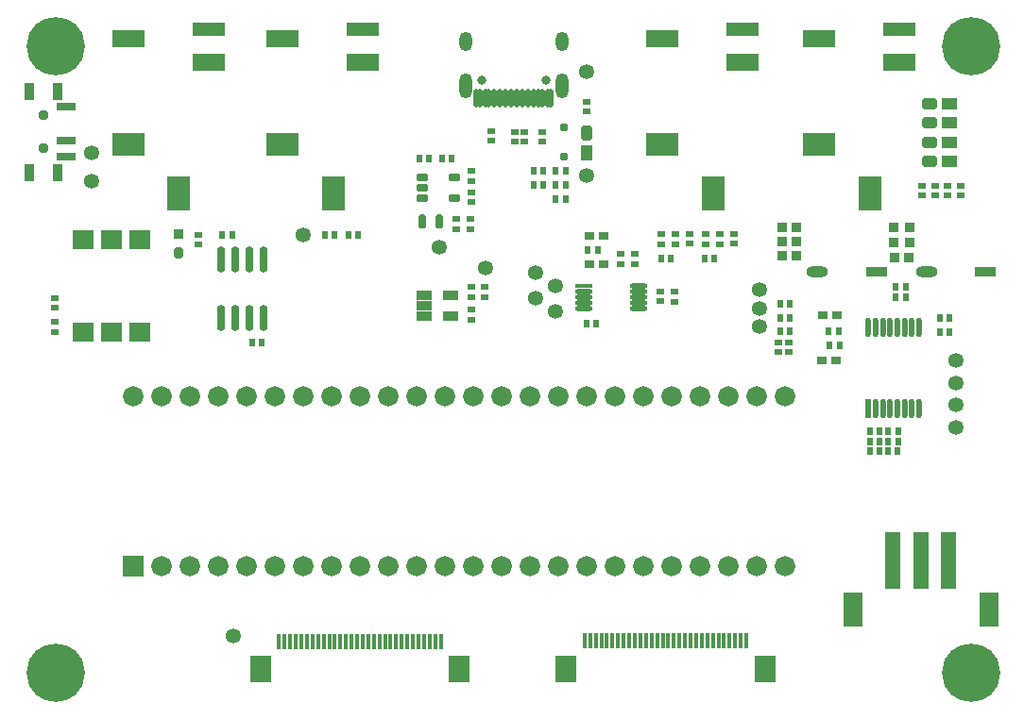
<source format=gts>
G04*
G04 #@! TF.GenerationSoftware,Altium Limited,Altium Designer,20.0.13 (296)*
G04*
G04 Layer_Color=8388736*
%FSLAX25Y25*%
%MOIN*%
G70*
G01*
G75*
G04:AMPARAMS|DCode=53|XSize=25mil|YSize=50mil|CornerRadius=6.25mil|HoleSize=0mil|Usage=FLASHONLY|Rotation=0.000|XOffset=0mil|YOffset=0mil|HoleType=Round|Shape=RoundedRectangle|*
%AMROUNDEDRECTD53*
21,1,0.02500,0.03750,0,0,0.0*
21,1,0.01250,0.05000,0,0,0.0*
1,1,0.01250,0.00625,-0.01875*
1,1,0.01250,-0.00625,-0.01875*
1,1,0.01250,-0.00625,0.01875*
1,1,0.01250,0.00625,0.01875*
%
%ADD53ROUNDEDRECTD53*%
%ADD54R,0.02568X0.02175*%
%ADD55R,0.02175X0.02568*%
%ADD56C,0.05324*%
G04:AMPARAMS|DCode=57|XSize=25.68mil|YSize=29.62mil|CornerRadius=7.92mil|HoleSize=0mil|Usage=FLASHONLY|Rotation=0.000|XOffset=0mil|YOffset=0mil|HoleType=Round|Shape=RoundedRectangle|*
%AMROUNDEDRECTD57*
21,1,0.02568,0.01378,0,0,0.0*
21,1,0.00984,0.02962,0,0,0.0*
1,1,0.01584,0.00492,-0.00689*
1,1,0.01584,-0.00492,-0.00689*
1,1,0.01584,-0.00492,0.00689*
1,1,0.01584,0.00492,0.00689*
%
%ADD57ROUNDEDRECTD57*%
G04:AMPARAMS|DCode=58|XSize=56mil|YSize=41mil|CornerRadius=0mil|HoleSize=0mil|Usage=FLASHONLY|Rotation=90.000|XOffset=0mil|YOffset=0mil|HoleType=Round|Shape=Octagon|*
%AMOCTAGOND58*
4,1,8,0.01025,0.02800,-0.01025,0.02800,-0.02050,0.01775,-0.02050,-0.01775,-0.01025,-0.02800,0.01025,-0.02800,0.02050,-0.01775,0.02050,0.01775,0.01025,0.02800,0.0*
%
%ADD58OCTAGOND58*%

%ADD59R,0.04100X0.05600*%
%ADD60R,0.06899X0.12411*%
%ADD61R,0.05324X0.20285*%
G04:AMPARAMS|DCode=62|XSize=29.62mil|YSize=41mil|CornerRadius=8.91mil|HoleSize=0mil|Usage=FLASHONLY|Rotation=90.000|XOffset=0mil|YOffset=0mil|HoleType=Round|Shape=RoundedRectangle|*
%AMROUNDEDRECTD62*
21,1,0.02962,0.02319,0,0,90.0*
21,1,0.01181,0.04100,0,0,90.0*
1,1,0.01781,0.01159,0.00591*
1,1,0.01781,0.01159,-0.00591*
1,1,0.01781,-0.01159,-0.00591*
1,1,0.01781,-0.01159,0.00591*
%
%ADD62ROUNDEDRECTD62*%
%ADD63R,0.05521X0.03356*%
%ADD64R,0.06112X0.01800*%
%ADD65O,0.06112X0.01800*%
%ADD66R,0.03600X0.03100*%
%ADD67R,0.03600X0.03600*%
%ADD68R,0.03600X0.03600*%
%ADD69R,0.07687X0.03750*%
%ADD70O,0.07687X0.03750*%
%ADD71O,0.01978X0.06899*%
%ADD72R,0.01978X0.06899*%
%ADD73R,0.05600X0.04100*%
G04:AMPARAMS|DCode=74|XSize=56mil|YSize=41mil|CornerRadius=0mil|HoleSize=0mil|Usage=FLASHONLY|Rotation=180.000|XOffset=0mil|YOffset=0mil|HoleType=Round|Shape=Octagon|*
%AMOCTAGOND74*
4,1,8,-0.02800,0.01025,-0.02800,-0.01025,-0.01775,-0.02050,0.01775,-0.02050,0.02800,-0.01025,0.02800,0.01025,0.01775,0.02050,-0.01775,0.02050,-0.02800,0.01025,0.0*
%
%ADD74OCTAGOND74*%

%ADD75R,0.11817X0.05124*%
%ADD76R,0.11817X0.06306*%
%ADD77R,0.11817X0.08274*%
%ADD78R,0.08274X0.12211*%
G04:AMPARAMS|DCode=79|XSize=65.06mil|YSize=17.81mil|CornerRadius=5.95mil|HoleSize=0mil|Usage=FLASHONLY|Rotation=270.000|XOffset=0mil|YOffset=0mil|HoleType=Round|Shape=RoundedRectangle|*
%AMROUNDEDRECTD79*
21,1,0.06506,0.00591,0,0,270.0*
21,1,0.05315,0.01781,0,0,270.0*
1,1,0.01191,-0.00295,-0.02657*
1,1,0.01191,-0.00295,0.02657*
1,1,0.01191,0.00295,0.02657*
1,1,0.01191,0.00295,-0.02657*
%
%ADD79ROUNDEDRECTD79*%
%ADD80O,0.02962X0.09261*%
%ADD81R,0.03356X0.03750*%
G04:AMPARAMS|DCode=82|XSize=37.5mil|YSize=33.56mil|CornerRadius=0mil|HoleSize=0mil|Usage=FLASHONLY|Rotation=270.000|XOffset=0mil|YOffset=0mil|HoleType=Round|Shape=Octagon|*
%AMOCTAGOND82*
4,1,8,-0.00839,-0.01875,0.00839,-0.01875,0.01678,-0.01036,0.01678,0.01036,0.00839,0.01875,-0.00839,0.01875,-0.01678,0.01036,-0.01678,-0.01036,-0.00839,-0.01875,0.0*
%
%ADD82OCTAGOND82*%

%ADD83R,0.07608X0.06584*%
%ADD84R,0.03750X0.06112*%
%ADD85R,0.06506X0.02962*%
%ADD86R,0.01781X0.05718*%
%ADD87R,0.07687X0.09261*%
%ADD88C,0.03159*%
%ADD89O,0.04537X0.06899*%
%ADD90O,0.04537X0.08868*%
%ADD91C,0.03750*%
%ADD92R,0.07200X0.07200*%
%ADD93C,0.07200*%
%ADD94C,0.20600*%
D53*
X802454Y314500D02*
D03*
X808546D02*
D03*
D54*
X928200Y268527D02*
D03*
Y271873D02*
D03*
X931800Y268527D02*
D03*
Y271873D02*
D03*
X827000Y343154D02*
D03*
Y346500D02*
D03*
X835200Y346346D02*
D03*
Y343000D02*
D03*
X845000D02*
D03*
Y346346D02*
D03*
X838700Y346373D02*
D03*
Y343027D02*
D03*
X860500Y353654D02*
D03*
Y357000D02*
D03*
X820000Y332543D02*
D03*
X820000Y329000D02*
D03*
Y325000D02*
D03*
Y321654D02*
D03*
X819500Y315543D02*
D03*
X819500Y312000D02*
D03*
X814500Y315543D02*
D03*
X814500Y312000D02*
D03*
X824500Y287957D02*
D03*
X824500Y291500D02*
D03*
X820000Y287957D02*
D03*
X820000Y291500D02*
D03*
X820000Y283543D02*
D03*
X820000Y280000D02*
D03*
X872500Y299728D02*
D03*
X872500Y303271D02*
D03*
X877500Y299728D02*
D03*
X877500Y303271D02*
D03*
X891500Y289926D02*
D03*
X891500Y286383D02*
D03*
X886500Y290043D02*
D03*
X886500Y286500D02*
D03*
X887000Y306654D02*
D03*
X887000Y310197D02*
D03*
X892000Y306728D02*
D03*
X892000Y310271D02*
D03*
X897000Y306850D02*
D03*
Y310197D02*
D03*
X902500Y306728D02*
D03*
X902500Y310271D02*
D03*
X907500Y306654D02*
D03*
X907500Y310197D02*
D03*
X912500D02*
D03*
Y306850D02*
D03*
X992500Y327173D02*
D03*
Y323827D02*
D03*
X988000Y327173D02*
D03*
Y323827D02*
D03*
X983500Y327173D02*
D03*
Y323827D02*
D03*
X979000Y327173D02*
D03*
Y323827D02*
D03*
X723500Y309846D02*
D03*
Y306500D02*
D03*
X673000Y284327D02*
D03*
Y287673D02*
D03*
Y279272D02*
D03*
X673000Y275729D02*
D03*
D55*
X742457Y272000D02*
D03*
X746000Y272000D02*
D03*
X768154Y310000D02*
D03*
X771500D02*
D03*
X779846D02*
D03*
X776500D02*
D03*
X841882Y327500D02*
D03*
X845425Y327500D02*
D03*
X841882Y332500D02*
D03*
X845425Y332500D02*
D03*
X801654Y337000D02*
D03*
X805000D02*
D03*
X813000D02*
D03*
X809654D02*
D03*
X932173Y285500D02*
D03*
X928827D02*
D03*
X932173Y280750D02*
D03*
X928827D02*
D03*
X932173Y276000D02*
D03*
X928827D02*
D03*
X864000Y278500D02*
D03*
X860457Y278500D02*
D03*
X864500Y304500D02*
D03*
X860957Y304500D02*
D03*
X902327Y301500D02*
D03*
X905673D02*
D03*
X886827D02*
D03*
X890173D02*
D03*
X969728Y291500D02*
D03*
X973271Y291500D02*
D03*
X969728Y288000D02*
D03*
X973271Y288000D02*
D03*
X945982Y276000D02*
D03*
X949525Y276000D02*
D03*
X946228Y271000D02*
D03*
X949771Y271000D02*
D03*
X960575Y240500D02*
D03*
X963922D02*
D03*
X960575Y237000D02*
D03*
X963922D02*
D03*
X960500Y233500D02*
D03*
X963846D02*
D03*
X966902D02*
D03*
X970248D02*
D03*
X967032Y237000D02*
D03*
X970575Y237000D02*
D03*
X967075Y240500D02*
D03*
X970618Y240500D02*
D03*
X988500Y280500D02*
D03*
X985154D02*
D03*
X988500Y275500D02*
D03*
X985154D02*
D03*
X732000Y310000D02*
D03*
X735543Y310000D02*
D03*
X849729Y322500D02*
D03*
X853272Y322500D02*
D03*
X849729Y332500D02*
D03*
X853272Y332500D02*
D03*
X849729Y327500D02*
D03*
X853272Y327500D02*
D03*
D56*
X760500Y310000D02*
D03*
X860500Y331000D02*
D03*
Y367500D02*
D03*
X808500Y305500D02*
D03*
X825000Y298200D02*
D03*
X842500Y296500D02*
D03*
X849500Y292000D02*
D03*
X842500Y287500D02*
D03*
X849500Y283000D02*
D03*
X921500Y290500D02*
D03*
Y284000D02*
D03*
Y277500D02*
D03*
X990900Y242000D02*
D03*
Y249869D02*
D03*
Y257739D02*
D03*
Y265608D02*
D03*
X686000Y339000D02*
D03*
Y329000D02*
D03*
X735900Y168400D02*
D03*
D57*
X852500Y347968D02*
D03*
Y337500D02*
D03*
D58*
X860500Y346000D02*
D03*
D59*
Y339000D02*
D03*
D60*
X954657Y177500D02*
D03*
X1002500D02*
D03*
D61*
X978579Y194819D02*
D03*
X988421D02*
D03*
X968736D02*
D03*
D62*
X802600Y323000D02*
D03*
Y326740D02*
D03*
Y330480D02*
D03*
X814000D02*
D03*
Y323000D02*
D03*
D63*
X803276Y288740D02*
D03*
Y285000D02*
D03*
Y281260D02*
D03*
X812724D02*
D03*
Y288740D02*
D03*
D64*
X859709Y291969D02*
D03*
D65*
Y290000D02*
D03*
Y288031D02*
D03*
Y286063D02*
D03*
Y284094D02*
D03*
X879000D02*
D03*
Y286063D02*
D03*
Y288031D02*
D03*
Y290000D02*
D03*
Y291969D02*
D03*
D66*
X861500Y299500D02*
D03*
X866500D02*
D03*
X861500Y309672D02*
D03*
X866500D02*
D03*
X944000Y281500D02*
D03*
X949000D02*
D03*
X948500Y265500D02*
D03*
X943500D02*
D03*
D67*
X934700Y312759D02*
D03*
Y307641D02*
D03*
X929500Y312759D02*
D03*
Y307641D02*
D03*
X969000Y312559D02*
D03*
Y307441D02*
D03*
X974500Y312500D02*
D03*
Y307382D02*
D03*
D68*
X934759Y302500D02*
D03*
X929641D02*
D03*
X974359Y302100D02*
D03*
X969241D02*
D03*
D69*
X962933Y297000D02*
D03*
X1001366D02*
D03*
D70*
X942067D02*
D03*
X980500D02*
D03*
D71*
X960043Y277370D02*
D03*
X962602D02*
D03*
X965161D02*
D03*
X967720D02*
D03*
X970280D02*
D03*
X972839D02*
D03*
X975398D02*
D03*
X977957D02*
D03*
Y248630D02*
D03*
X975398D02*
D03*
X972839D02*
D03*
X970280D02*
D03*
X967720D02*
D03*
X965161D02*
D03*
X962602D02*
D03*
D72*
X960043D02*
D03*
D73*
X988500Y335920D02*
D03*
Y342760D02*
D03*
Y349677D02*
D03*
Y356474D02*
D03*
D74*
X981500Y335920D02*
D03*
Y342760D02*
D03*
Y349677D02*
D03*
Y356474D02*
D03*
D75*
X971000Y382500D02*
D03*
X915673D02*
D03*
X781673Y382551D02*
D03*
X727173D02*
D03*
D76*
X942654Y379351D02*
D03*
X971000Y371083D02*
D03*
X887327Y379351D02*
D03*
X915673Y371083D02*
D03*
X753327Y379402D02*
D03*
X781673Y371134D02*
D03*
X698827Y379402D02*
D03*
X727173Y371134D02*
D03*
D77*
X942654Y341949D02*
D03*
X887327D02*
D03*
X753327Y342000D02*
D03*
X698827D02*
D03*
D78*
X960567Y324626D02*
D03*
X905240D02*
D03*
X771240Y324677D02*
D03*
X716740D02*
D03*
D79*
X821689Y358437D02*
D03*
X822870D02*
D03*
X824839D02*
D03*
X826020D02*
D03*
X827988D02*
D03*
X829957D02*
D03*
X831925D02*
D03*
X833894D02*
D03*
X835862D02*
D03*
X837831D02*
D03*
X839799D02*
D03*
X841768D02*
D03*
X843736D02*
D03*
X844917D02*
D03*
X846886D02*
D03*
X848067D02*
D03*
D80*
X731500Y280500D02*
D03*
X736500D02*
D03*
X741500D02*
D03*
X746500D02*
D03*
X731500Y301398D02*
D03*
X736500D02*
D03*
X741500D02*
D03*
X746500D02*
D03*
D81*
X716500Y310346D02*
D03*
D82*
Y303654D02*
D03*
D83*
X703000Y275760D02*
D03*
X683000D02*
D03*
X693000D02*
D03*
X703000Y308240D02*
D03*
X683000D02*
D03*
X693000D02*
D03*
D84*
X673921Y360776D02*
D03*
X664079D02*
D03*
Y332035D02*
D03*
X673921D02*
D03*
D85*
X676858Y355264D02*
D03*
Y343453D02*
D03*
Y337547D02*
D03*
D86*
X859874Y166500D02*
D03*
X861843D02*
D03*
X863811D02*
D03*
X865780D02*
D03*
X867748D02*
D03*
X869717D02*
D03*
X871685D02*
D03*
X873654D02*
D03*
X875622D02*
D03*
X877591D02*
D03*
X879559D02*
D03*
X881528D02*
D03*
X883496D02*
D03*
X885465D02*
D03*
X887433D02*
D03*
X889402D02*
D03*
X891370D02*
D03*
X893339D02*
D03*
X895307D02*
D03*
X897276D02*
D03*
X899244D02*
D03*
X905150D02*
D03*
X907118D02*
D03*
X909087D02*
D03*
X911055D02*
D03*
X913024D02*
D03*
X914992D02*
D03*
X916961D02*
D03*
X903181D02*
D03*
X901213D02*
D03*
X793395Y166431D02*
D03*
X795364D02*
D03*
X809143D02*
D03*
X807175D02*
D03*
X805206D02*
D03*
X803238D02*
D03*
X801269D02*
D03*
X799301D02*
D03*
X797332D02*
D03*
X791427D02*
D03*
X789458D02*
D03*
X787490D02*
D03*
X785521D02*
D03*
X783553D02*
D03*
X781584D02*
D03*
X779616D02*
D03*
X777647D02*
D03*
X775679D02*
D03*
X773710D02*
D03*
X771742D02*
D03*
X769773D02*
D03*
X767805D02*
D03*
X765836D02*
D03*
X763868D02*
D03*
X761899D02*
D03*
X759931D02*
D03*
X757962D02*
D03*
X755994D02*
D03*
X754025D02*
D03*
X752057D02*
D03*
D87*
X853378Y156669D02*
D03*
X923457D02*
D03*
X815639Y156600D02*
D03*
X745561D02*
D03*
D88*
X846256Y364500D02*
D03*
X823500D02*
D03*
D89*
X817850Y378280D02*
D03*
X851906D02*
D03*
D90*
X817850Y362532D02*
D03*
X851906D02*
D03*
D91*
X669000Y352311D02*
D03*
Y340500D02*
D03*
D92*
X700500Y193000D02*
D03*
D93*
X710500D02*
D03*
X720500D02*
D03*
X730500D02*
D03*
X740500D02*
D03*
X750500D02*
D03*
X760500D02*
D03*
X770500D02*
D03*
X780500D02*
D03*
X790500D02*
D03*
X800500D02*
D03*
X810500D02*
D03*
X820500D02*
D03*
X830500D02*
D03*
X840500D02*
D03*
X850500D02*
D03*
X860500D02*
D03*
X870500D02*
D03*
X880500D02*
D03*
X890500D02*
D03*
X900500D02*
D03*
X910500D02*
D03*
X920500D02*
D03*
X930500D02*
D03*
X700500Y253000D02*
D03*
X710500D02*
D03*
X720500D02*
D03*
X730500D02*
D03*
X740500D02*
D03*
X750500D02*
D03*
X760500D02*
D03*
X770500D02*
D03*
X780500D02*
D03*
X790500D02*
D03*
X800500D02*
D03*
X810500D02*
D03*
X820500D02*
D03*
X830500D02*
D03*
X840500D02*
D03*
X850500D02*
D03*
X860500D02*
D03*
X870500D02*
D03*
X880500D02*
D03*
X890500D02*
D03*
X900500D02*
D03*
X910500D02*
D03*
X920500D02*
D03*
X930500D02*
D03*
D94*
X673336Y376804D02*
D03*
Y155336D02*
D03*
X996171D02*
D03*
Y376804D02*
D03*
M02*

</source>
